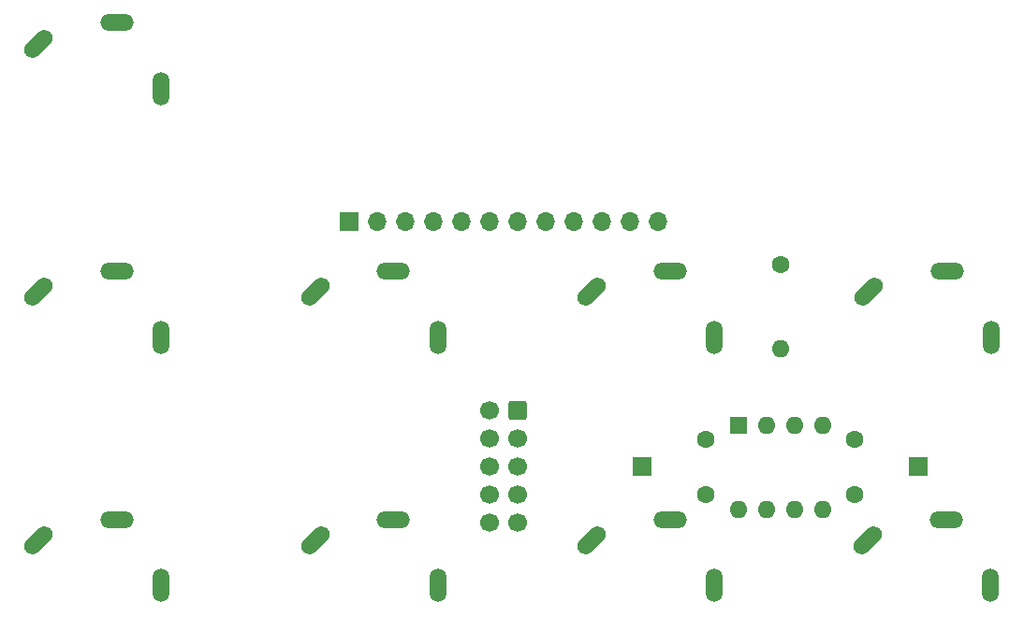
<source format=gbs>
G04 #@! TF.GenerationSoftware,KiCad,Pcbnew,9.0.0*
G04 #@! TF.CreationDate,2025-03-15T23:03:29+01:00*
G04 #@! TF.ProjectId,DMH_VCO_40106_PCB_Conn_Mk2,444d485f-5643-44f5-9f34-303130365f50,1*
G04 #@! TF.SameCoordinates,Original*
G04 #@! TF.FileFunction,Soldermask,Bot*
G04 #@! TF.FilePolarity,Negative*
%FSLAX46Y46*%
G04 Gerber Fmt 4.6, Leading zero omitted, Abs format (unit mm)*
G04 Created by KiCad (PCBNEW 9.0.0) date 2025-03-15 23:03:29*
%MOMM*%
%LPD*%
G01*
G04 APERTURE LIST*
G04 Aperture macros list*
%AMRoundRect*
0 Rectangle with rounded corners*
0 $1 Rounding radius*
0 $2 $3 $4 $5 $6 $7 $8 $9 X,Y pos of 4 corners*
0 Add a 4 corners polygon primitive as box body*
4,1,4,$2,$3,$4,$5,$6,$7,$8,$9,$2,$3,0*
0 Add four circle primitives for the rounded corners*
1,1,$1+$1,$2,$3*
1,1,$1+$1,$4,$5*
1,1,$1+$1,$6,$7*
1,1,$1+$1,$8,$9*
0 Add four rect primitives between the rounded corners*
20,1,$1+$1,$2,$3,$4,$5,0*
20,1,$1+$1,$4,$5,$6,$7,0*
20,1,$1+$1,$6,$7,$8,$9,0*
20,1,$1+$1,$8,$9,$2,$3,0*%
%AMHorizOval*
0 Thick line with rounded ends*
0 $1 width*
0 $2 $3 position (X,Y) of the first rounded end (center of the circle)*
0 $4 $5 position (X,Y) of the second rounded end (center of the circle)*
0 Add line between two ends*
20,1,$1,$2,$3,$4,$5,0*
0 Add two circle primitives to create the rounded ends*
1,1,$1,$2,$3*
1,1,$1,$4,$5*%
G04 Aperture macros list end*
%ADD10HorizOval,1.508000X-0.533159X-0.533159X0.533159X0.533159X0*%
%ADD11O,1.508000X3.016000*%
%ADD12O,3.016000X1.508000*%
%ADD13R,1.700000X1.700000*%
%ADD14O,1.700000X1.700000*%
%ADD15C,1.600000*%
%ADD16R,1.600000X1.600000*%
%ADD17O,1.600000X1.600000*%
%ADD18RoundRect,0.250000X0.600000X0.600000X-0.600000X0.600000X-0.600000X-0.600000X0.600000X-0.600000X0*%
%ADD19C,1.700000*%
G04 APERTURE END LIST*
D10*
X132903810Y-224153810D03*
D11*
X144000000Y-228250000D03*
D12*
X140000000Y-222250000D03*
D10*
X82903810Y-224153810D03*
D11*
X94000000Y-228250000D03*
D12*
X90000000Y-222250000D03*
D10*
X57903810Y-179153810D03*
D11*
X69000000Y-183250000D03*
D12*
X65000000Y-177250000D03*
D10*
X57903810Y-201653810D03*
D11*
X69000000Y-205750000D03*
D12*
X65000000Y-199750000D03*
D10*
X133000000Y-201653810D03*
D11*
X144096190Y-205750000D03*
D12*
X140096190Y-199750000D03*
D10*
X82903810Y-201653810D03*
D11*
X94000000Y-205750000D03*
D12*
X90000000Y-199750000D03*
D10*
X107903810Y-224153810D03*
D11*
X119000000Y-228250000D03*
D12*
X115000000Y-222250000D03*
D10*
X107903810Y-201653810D03*
D11*
X119000000Y-205750000D03*
D12*
X115000000Y-199750000D03*
D10*
X57903810Y-224153810D03*
D11*
X69000000Y-228250000D03*
D12*
X65000000Y-222250000D03*
D13*
X86010000Y-195250000D03*
D14*
X88550000Y-195250000D03*
X91090000Y-195250000D03*
X93630000Y-195250000D03*
X96170000Y-195250000D03*
X98710000Y-195250000D03*
X101250000Y-195250000D03*
X103790000Y-195250000D03*
X106330000Y-195250000D03*
X108870000Y-195250000D03*
X111410000Y-195250000D03*
X113950000Y-195250000D03*
D15*
X118250000Y-220000000D03*
X118250000Y-215000000D03*
D13*
X137500000Y-217500000D03*
X112500000Y-217500000D03*
D16*
X121200000Y-213700000D03*
D17*
X123740000Y-213700000D03*
X126280000Y-213700000D03*
X128820000Y-213700000D03*
X128820000Y-221320000D03*
X126280000Y-221320000D03*
X123740000Y-221320000D03*
X121200000Y-221320000D03*
D18*
X101252500Y-212420000D03*
D19*
X101252500Y-214960000D03*
X101252500Y-217500000D03*
X101252500Y-220040000D03*
X101252500Y-222580000D03*
X98712500Y-212420000D03*
X98712500Y-214960000D03*
X98712500Y-217500000D03*
X98712500Y-220040000D03*
X98712500Y-222580000D03*
D15*
X131750000Y-215000000D03*
X131750000Y-220000000D03*
X125000000Y-199190000D03*
D17*
X125000000Y-206810000D03*
M02*

</source>
